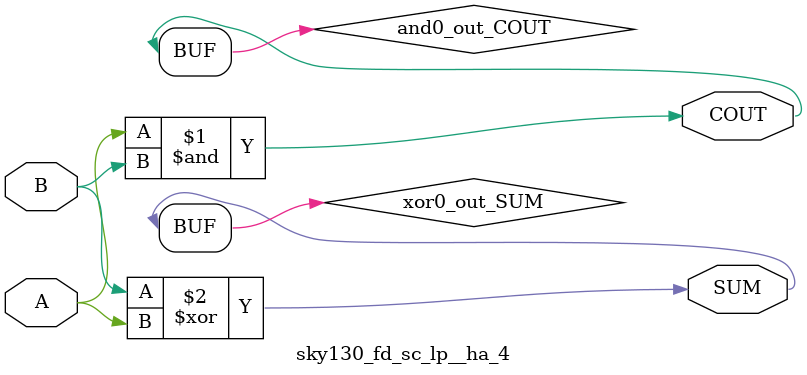
<source format=v>
/*
 * Copyright 2020 The SkyWater PDK Authors
 *
 * Licensed under the Apache License, Version 2.0 (the "License");
 * you may not use this file except in compliance with the License.
 * You may obtain a copy of the License at
 *
 *     https://www.apache.org/licenses/LICENSE-2.0
 *
 * Unless required by applicable law or agreed to in writing, software
 * distributed under the License is distributed on an "AS IS" BASIS,
 * WITHOUT WARRANTIES OR CONDITIONS OF ANY KIND, either express or implied.
 * See the License for the specific language governing permissions and
 * limitations under the License.
 *
 * SPDX-License-Identifier: Apache-2.0
*/


`ifndef SKY130_FD_SC_LP__HA_4_FUNCTIONAL_V
`define SKY130_FD_SC_LP__HA_4_FUNCTIONAL_V

/**
 * ha: Half adder.
 *
 * Verilog simulation functional model.
 */

`timescale 1ns / 1ps
`default_nettype none

`celldefine
module sky130_fd_sc_lp__ha_4 (
    COUT,
    SUM ,
    A   ,
    B
);

    // Module ports
    output COUT;
    output SUM ;
    input  A   ;
    input  B   ;

    // Local signals
    wire and0_out_COUT;
    wire xor0_out_SUM ;

    //  Name  Output         Other arguments
    and and0 (and0_out_COUT, A, B           );
    buf buf0 (COUT         , and0_out_COUT  );
    xor xor0 (xor0_out_SUM , B, A           );
    buf buf1 (SUM          , xor0_out_SUM   );

endmodule
`endcelldefine

`default_nettype wire
`endif  // SKY130_FD_SC_LP__HA_4_FUNCTIONAL_V

</source>
